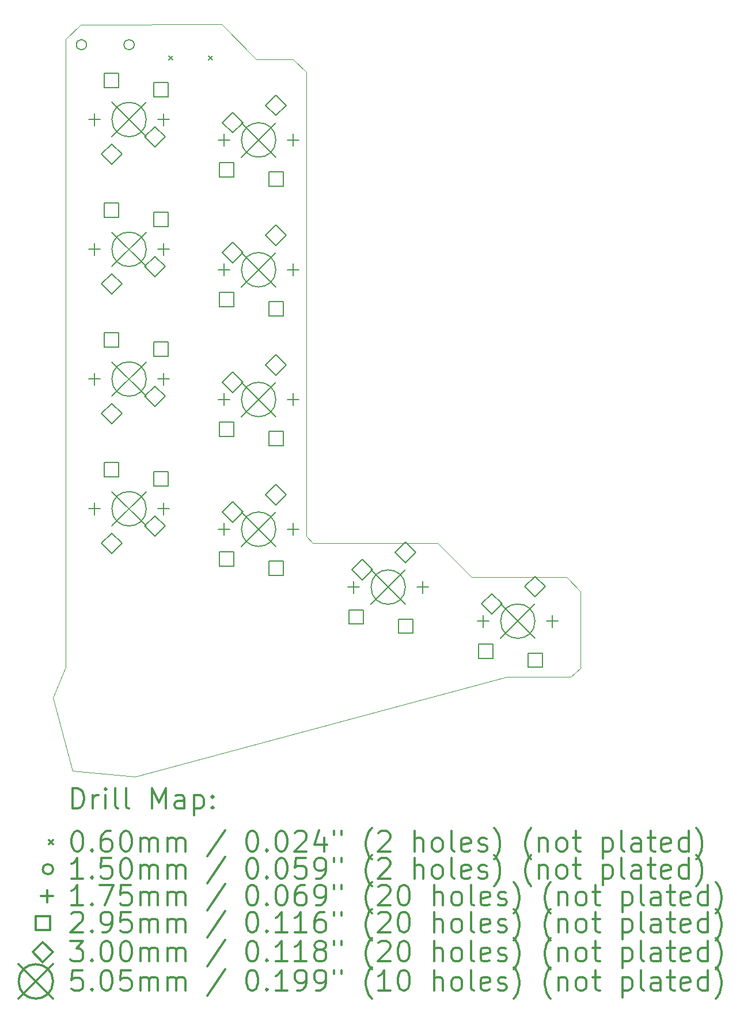
<source format=gbr>
%FSLAX45Y45*%
G04 Gerber Fmt 4.5, Leading zero omitted, Abs format (unit mm)*
G04 Created by KiCad (PCBNEW (5.1.4)-1) date 2023-09-09 05:33:11*
%MOMM*%
%LPD*%
G04 APERTURE LIST*
%ADD10C,0.050000*%
%ADD11C,0.200000*%
%ADD12C,0.300000*%
G04 APERTURE END LIST*
D10*
X18940000Y-43950000D02*
X19040000Y-44050000D01*
X22770000Y-44550000D02*
X22971202Y-44760000D01*
X18941203Y-37356032D02*
X18941203Y-37136032D01*
X15402324Y-37476494D02*
X15402324Y-37256494D01*
X20870000Y-44050000D02*
X19040000Y-44050000D01*
X18207000Y-36947500D02*
X17695000Y-36435000D01*
X22770000Y-44550000D02*
X21370000Y-44550000D01*
X15402324Y-37256494D02*
X15402190Y-36650639D01*
X20870000Y-44050000D02*
X21370000Y-44550000D01*
X18752500Y-36947500D02*
X18207000Y-36947500D01*
X18752500Y-36947500D02*
X18941203Y-37136032D01*
X18941203Y-39261032D02*
X18940000Y-43950000D01*
X22971202Y-44760000D02*
X22971202Y-45891032D01*
X21911203Y-46011032D02*
X21891203Y-46011032D01*
X22971202Y-45891032D02*
X22831202Y-46011032D01*
X21911203Y-46011032D02*
X22831202Y-46011032D01*
X17695000Y-36435000D02*
X15621203Y-36436032D01*
X18941203Y-39261032D02*
X18941203Y-37356032D01*
X21891203Y-46011032D02*
X16430391Y-47480918D01*
X15402324Y-37476494D02*
X15402324Y-39381494D01*
X15400249Y-45873435D02*
X15401485Y-45141609D01*
X15401485Y-45141609D02*
X15400903Y-45039647D01*
X15508251Y-47394663D02*
X16430391Y-47480918D01*
X15508251Y-47394663D02*
X15220438Y-46318483D01*
X15399750Y-43338677D02*
X15400903Y-45039647D01*
X15402324Y-39381494D02*
X15399750Y-43338677D01*
X15402190Y-36650639D02*
X15621203Y-36436032D01*
X15400249Y-45873435D02*
X15220438Y-46318483D01*
D11*
X16923000Y-36899000D02*
X16983000Y-36959000D01*
X16983000Y-36899000D02*
X16923000Y-36959000D01*
X17501000Y-36899000D02*
X17561000Y-36959000D01*
X17561000Y-36899000D02*
X17501000Y-36959000D01*
X15711000Y-36732000D02*
G75*
G03X15711000Y-36732000I-75000J0D01*
G01*
X16411000Y-36732000D02*
G75*
G03X16411000Y-36732000I-75000J0D01*
G01*
X17733203Y-39948532D02*
X17733203Y-40123532D01*
X17645703Y-40036032D02*
X17820703Y-40036032D01*
X18749203Y-39948532D02*
X18749203Y-40123532D01*
X18661703Y-40036032D02*
X18836703Y-40036032D01*
X17733203Y-43758532D02*
X17733203Y-43933532D01*
X17645703Y-43846032D02*
X17820703Y-43846032D01*
X18749203Y-43758532D02*
X18749203Y-43933532D01*
X18661703Y-43846032D02*
X18836703Y-43846032D01*
X17733203Y-38042500D02*
X17733203Y-38217500D01*
X17645703Y-38130000D02*
X17820703Y-38130000D01*
X18749203Y-38042500D02*
X18749203Y-38217500D01*
X18661703Y-38130000D02*
X18836703Y-38130000D01*
X15828202Y-43458532D02*
X15828202Y-43633532D01*
X15740702Y-43546032D02*
X15915702Y-43546032D01*
X16844203Y-43458532D02*
X16844203Y-43633532D01*
X16756702Y-43546032D02*
X16931703Y-43546032D01*
X15828203Y-37742500D02*
X15828203Y-37917500D01*
X15740703Y-37830000D02*
X15915703Y-37830000D01*
X16844203Y-37742500D02*
X16844203Y-37917500D01*
X16756703Y-37830000D02*
X16931703Y-37830000D01*
X19638203Y-44608532D02*
X19638203Y-44783532D01*
X19550703Y-44696032D02*
X19725703Y-44696032D01*
X20654203Y-44608532D02*
X20654203Y-44783532D01*
X20566703Y-44696032D02*
X20741703Y-44696032D01*
X17733203Y-41853532D02*
X17733203Y-42028532D01*
X17645703Y-41941032D02*
X17820703Y-41941032D01*
X18749203Y-41853532D02*
X18749203Y-42028532D01*
X18661703Y-41941032D02*
X18836703Y-41941032D01*
X15828203Y-39648532D02*
X15828203Y-39823532D01*
X15740703Y-39736032D02*
X15915703Y-39736032D01*
X16844203Y-39648532D02*
X16844203Y-39823532D01*
X16756703Y-39736032D02*
X16931703Y-39736032D01*
X21543203Y-45108532D02*
X21543203Y-45283532D01*
X21455703Y-45196032D02*
X21630703Y-45196032D01*
X22559202Y-45108532D02*
X22559202Y-45283532D01*
X22471702Y-45196032D02*
X22646702Y-45196032D01*
X15828202Y-41553532D02*
X15828202Y-41728532D01*
X15740702Y-41641032D02*
X15915702Y-41641032D01*
X16844203Y-41553532D02*
X16844203Y-41728532D01*
X16756702Y-41641032D02*
X16931703Y-41641032D01*
X16180502Y-37359299D02*
X16180502Y-37150701D01*
X15971903Y-37150701D01*
X15971903Y-37359299D01*
X16180502Y-37359299D01*
X16910502Y-37494299D02*
X16910502Y-37285701D01*
X16701903Y-37285701D01*
X16701903Y-37494299D01*
X16910502Y-37494299D01*
X19780502Y-45240332D02*
X19780502Y-45031733D01*
X19571903Y-45031733D01*
X19571903Y-45240332D01*
X19780502Y-45240332D01*
X20510502Y-45375332D02*
X20510502Y-45166733D01*
X20301903Y-45166733D01*
X20301903Y-45375332D01*
X20510502Y-45375332D01*
X17875502Y-42485332D02*
X17875502Y-42276733D01*
X17666903Y-42276733D01*
X17666903Y-42485332D01*
X17875502Y-42485332D01*
X18605502Y-42620332D02*
X18605502Y-42411733D01*
X18396903Y-42411733D01*
X18396903Y-42620332D01*
X18605502Y-42620332D01*
X16180502Y-39265332D02*
X16180502Y-39056733D01*
X15971903Y-39056733D01*
X15971903Y-39265332D01*
X16180502Y-39265332D01*
X16910502Y-39400332D02*
X16910502Y-39191733D01*
X16701903Y-39191733D01*
X16701903Y-39400332D01*
X16910502Y-39400332D01*
X21685502Y-45740331D02*
X21685502Y-45531733D01*
X21476903Y-45531733D01*
X21476903Y-45740331D01*
X21685502Y-45740331D01*
X22415502Y-45875331D02*
X22415502Y-45666733D01*
X22206903Y-45666733D01*
X22206903Y-45875331D01*
X22415502Y-45875331D01*
X16180502Y-41170332D02*
X16180502Y-40961733D01*
X15971903Y-40961733D01*
X15971903Y-41170332D01*
X16180502Y-41170332D01*
X16910502Y-41305332D02*
X16910502Y-41096733D01*
X16701903Y-41096733D01*
X16701903Y-41305332D01*
X16910502Y-41305332D01*
X17875502Y-40580332D02*
X17875502Y-40371733D01*
X17666903Y-40371733D01*
X17666903Y-40580332D01*
X17875502Y-40580332D01*
X18605502Y-40715332D02*
X18605502Y-40506733D01*
X18396903Y-40506733D01*
X18396903Y-40715332D01*
X18605502Y-40715332D01*
X17875502Y-44390332D02*
X17875502Y-44181733D01*
X17666903Y-44181733D01*
X17666903Y-44390332D01*
X17875502Y-44390332D01*
X18605502Y-44525332D02*
X18605502Y-44316733D01*
X18396903Y-44316733D01*
X18396903Y-44525332D01*
X18605502Y-44525332D01*
X17875502Y-38674299D02*
X17875502Y-38465701D01*
X17666903Y-38465701D01*
X17666903Y-38674299D01*
X17875502Y-38674299D01*
X18605502Y-38809299D02*
X18605502Y-38600701D01*
X18396903Y-38600701D01*
X18396903Y-38809299D01*
X18605502Y-38809299D01*
X16180502Y-43075332D02*
X16180502Y-42866733D01*
X15971903Y-42866733D01*
X15971903Y-43075332D01*
X16180502Y-43075332D01*
X16910502Y-43210332D02*
X16910502Y-43001733D01*
X16701903Y-43001733D01*
X16701903Y-43210332D01*
X16910502Y-43210332D01*
X16082203Y-40394032D02*
X16232203Y-40244032D01*
X16082203Y-40094032D01*
X15932203Y-40244032D01*
X16082203Y-40394032D01*
X16717203Y-40140032D02*
X16867203Y-39990032D01*
X16717203Y-39840032D01*
X16567203Y-39990032D01*
X16717203Y-40140032D01*
X21670203Y-45092032D02*
X21820203Y-44942032D01*
X21670203Y-44792032D01*
X21520203Y-44942032D01*
X21670203Y-45092032D01*
X22305203Y-44838032D02*
X22455202Y-44688032D01*
X22305203Y-44538032D01*
X22155203Y-44688032D01*
X22305203Y-44838032D01*
X16082202Y-42299032D02*
X16232202Y-42149032D01*
X16082202Y-41999032D01*
X15932202Y-42149032D01*
X16082202Y-42299032D01*
X16717202Y-42045032D02*
X16867203Y-41895032D01*
X16717202Y-41745032D01*
X16567202Y-41895032D01*
X16717202Y-42045032D01*
X17860203Y-39932032D02*
X18010203Y-39782032D01*
X17860203Y-39632032D01*
X17710203Y-39782032D01*
X17860203Y-39932032D01*
X18495203Y-39678032D02*
X18645203Y-39528032D01*
X18495203Y-39378032D01*
X18345203Y-39528032D01*
X18495203Y-39678032D01*
X17860203Y-43742032D02*
X18010203Y-43592032D01*
X17860203Y-43442032D01*
X17710203Y-43592032D01*
X17860203Y-43742032D01*
X18495203Y-43488032D02*
X18645203Y-43338032D01*
X18495203Y-43188032D01*
X18345203Y-43338032D01*
X18495203Y-43488032D01*
X17860203Y-38026000D02*
X18010203Y-37876000D01*
X17860203Y-37726000D01*
X17710203Y-37876000D01*
X17860203Y-38026000D01*
X18495203Y-37772000D02*
X18645203Y-37622000D01*
X18495203Y-37472000D01*
X18345203Y-37622000D01*
X18495203Y-37772000D01*
X16082202Y-44204032D02*
X16232202Y-44054032D01*
X16082202Y-43904032D01*
X15932202Y-44054032D01*
X16082202Y-44204032D01*
X16717202Y-43950032D02*
X16867203Y-43800032D01*
X16717202Y-43650032D01*
X16567202Y-43800032D01*
X16717202Y-43950032D01*
X16082203Y-38488000D02*
X16232203Y-38338000D01*
X16082203Y-38188000D01*
X15932203Y-38338000D01*
X16082203Y-38488000D01*
X16717203Y-38234000D02*
X16867203Y-38084000D01*
X16717203Y-37934000D01*
X16567203Y-38084000D01*
X16717203Y-38234000D01*
X19765203Y-44592032D02*
X19915203Y-44442032D01*
X19765203Y-44292032D01*
X19615203Y-44442032D01*
X19765203Y-44592032D01*
X20400203Y-44338032D02*
X20550203Y-44188032D01*
X20400203Y-44038032D01*
X20250203Y-44188032D01*
X20400203Y-44338032D01*
X17860203Y-41837032D02*
X18010203Y-41687032D01*
X17860203Y-41537032D01*
X17710203Y-41687032D01*
X17860203Y-41837032D01*
X18495203Y-41583032D02*
X18645203Y-41433032D01*
X18495203Y-41283032D01*
X18345203Y-41433032D01*
X18495203Y-41583032D01*
X17988703Y-41688532D02*
X18493703Y-42193532D01*
X18493703Y-41688532D02*
X17988703Y-42193532D01*
X18493703Y-41941032D02*
G75*
G03X18493703Y-41941032I-252500J0D01*
G01*
X17988703Y-43593532D02*
X18493703Y-44098532D01*
X18493703Y-43593532D02*
X17988703Y-44098532D01*
X18493703Y-43846032D02*
G75*
G03X18493703Y-43846032I-252500J0D01*
G01*
X19893703Y-44443532D02*
X20398703Y-44948532D01*
X20398703Y-44443532D02*
X19893703Y-44948532D01*
X20398703Y-44696032D02*
G75*
G03X20398703Y-44696032I-252500J0D01*
G01*
X16083703Y-39483532D02*
X16588703Y-39988532D01*
X16588703Y-39483532D02*
X16083703Y-39988532D01*
X16588703Y-39736032D02*
G75*
G03X16588703Y-39736032I-252500J0D01*
G01*
X21798703Y-44943532D02*
X22303703Y-45448532D01*
X22303703Y-44943532D02*
X21798703Y-45448532D01*
X22303703Y-45196032D02*
G75*
G03X22303703Y-45196032I-252500J0D01*
G01*
X16083702Y-41388532D02*
X16588702Y-41893532D01*
X16588702Y-41388532D02*
X16083702Y-41893532D01*
X16588702Y-41641032D02*
G75*
G03X16588702Y-41641032I-252500J0D01*
G01*
X17988703Y-39783532D02*
X18493703Y-40288532D01*
X18493703Y-39783532D02*
X17988703Y-40288532D01*
X18493703Y-40036032D02*
G75*
G03X18493703Y-40036032I-252500J0D01*
G01*
X17988703Y-37877500D02*
X18493703Y-38382500D01*
X18493703Y-37877500D02*
X17988703Y-38382500D01*
X18493703Y-38130000D02*
G75*
G03X18493703Y-38130000I-252500J0D01*
G01*
X16083702Y-43293532D02*
X16588702Y-43798532D01*
X16588702Y-43293532D02*
X16083702Y-43798532D01*
X16588702Y-43546032D02*
G75*
G03X16588702Y-43546032I-252500J0D01*
G01*
X16083703Y-37577500D02*
X16588703Y-38082500D01*
X16588703Y-37577500D02*
X16083703Y-38082500D01*
X16588703Y-37830000D02*
G75*
G03X16588703Y-37830000I-252500J0D01*
G01*
D12*
X15504366Y-47949133D02*
X15504366Y-47649133D01*
X15575795Y-47649133D01*
X15618652Y-47663419D01*
X15647223Y-47691990D01*
X15661509Y-47720561D01*
X15675795Y-47777704D01*
X15675795Y-47820561D01*
X15661509Y-47877704D01*
X15647223Y-47906276D01*
X15618652Y-47934847D01*
X15575795Y-47949133D01*
X15504366Y-47949133D01*
X15804366Y-47949133D02*
X15804366Y-47749133D01*
X15804366Y-47806276D02*
X15818652Y-47777704D01*
X15832938Y-47763419D01*
X15861509Y-47749133D01*
X15890080Y-47749133D01*
X15990080Y-47949133D02*
X15990080Y-47749133D01*
X15990080Y-47649133D02*
X15975795Y-47663419D01*
X15990080Y-47677704D01*
X16004366Y-47663419D01*
X15990080Y-47649133D01*
X15990080Y-47677704D01*
X16175795Y-47949133D02*
X16147223Y-47934847D01*
X16132938Y-47906276D01*
X16132938Y-47649133D01*
X16332938Y-47949133D02*
X16304366Y-47934847D01*
X16290080Y-47906276D01*
X16290080Y-47649133D01*
X16675795Y-47949133D02*
X16675795Y-47649133D01*
X16775795Y-47863419D01*
X16875795Y-47649133D01*
X16875795Y-47949133D01*
X17147223Y-47949133D02*
X17147223Y-47791990D01*
X17132938Y-47763419D01*
X17104366Y-47749133D01*
X17047223Y-47749133D01*
X17018652Y-47763419D01*
X17147223Y-47934847D02*
X17118652Y-47949133D01*
X17047223Y-47949133D01*
X17018652Y-47934847D01*
X17004366Y-47906276D01*
X17004366Y-47877704D01*
X17018652Y-47849133D01*
X17047223Y-47834847D01*
X17118652Y-47834847D01*
X17147223Y-47820561D01*
X17290081Y-47749133D02*
X17290081Y-48049133D01*
X17290081Y-47763419D02*
X17318652Y-47749133D01*
X17375795Y-47749133D01*
X17404366Y-47763419D01*
X17418652Y-47777704D01*
X17432938Y-47806276D01*
X17432938Y-47891990D01*
X17418652Y-47920561D01*
X17404366Y-47934847D01*
X17375795Y-47949133D01*
X17318652Y-47949133D01*
X17290081Y-47934847D01*
X17561509Y-47920561D02*
X17575795Y-47934847D01*
X17561509Y-47949133D01*
X17547223Y-47934847D01*
X17561509Y-47920561D01*
X17561509Y-47949133D01*
X17561509Y-47763419D02*
X17575795Y-47777704D01*
X17561509Y-47791990D01*
X17547223Y-47777704D01*
X17561509Y-47763419D01*
X17561509Y-47791990D01*
X15157938Y-48413419D02*
X15217938Y-48473419D01*
X15217938Y-48413419D02*
X15157938Y-48473419D01*
X15561509Y-48279133D02*
X15590080Y-48279133D01*
X15618652Y-48293419D01*
X15632938Y-48307704D01*
X15647223Y-48336276D01*
X15661509Y-48393419D01*
X15661509Y-48464847D01*
X15647223Y-48521990D01*
X15632938Y-48550561D01*
X15618652Y-48564847D01*
X15590080Y-48579133D01*
X15561509Y-48579133D01*
X15532938Y-48564847D01*
X15518652Y-48550561D01*
X15504366Y-48521990D01*
X15490080Y-48464847D01*
X15490080Y-48393419D01*
X15504366Y-48336276D01*
X15518652Y-48307704D01*
X15532938Y-48293419D01*
X15561509Y-48279133D01*
X15790080Y-48550561D02*
X15804366Y-48564847D01*
X15790080Y-48579133D01*
X15775795Y-48564847D01*
X15790080Y-48550561D01*
X15790080Y-48579133D01*
X16061509Y-48279133D02*
X16004366Y-48279133D01*
X15975795Y-48293419D01*
X15961509Y-48307704D01*
X15932938Y-48350561D01*
X15918652Y-48407704D01*
X15918652Y-48521990D01*
X15932938Y-48550561D01*
X15947223Y-48564847D01*
X15975795Y-48579133D01*
X16032938Y-48579133D01*
X16061509Y-48564847D01*
X16075795Y-48550561D01*
X16090080Y-48521990D01*
X16090080Y-48450561D01*
X16075795Y-48421990D01*
X16061509Y-48407704D01*
X16032938Y-48393419D01*
X15975795Y-48393419D01*
X15947223Y-48407704D01*
X15932938Y-48421990D01*
X15918652Y-48450561D01*
X16275795Y-48279133D02*
X16304366Y-48279133D01*
X16332938Y-48293419D01*
X16347223Y-48307704D01*
X16361509Y-48336276D01*
X16375795Y-48393419D01*
X16375795Y-48464847D01*
X16361509Y-48521990D01*
X16347223Y-48550561D01*
X16332938Y-48564847D01*
X16304366Y-48579133D01*
X16275795Y-48579133D01*
X16247223Y-48564847D01*
X16232938Y-48550561D01*
X16218652Y-48521990D01*
X16204366Y-48464847D01*
X16204366Y-48393419D01*
X16218652Y-48336276D01*
X16232938Y-48307704D01*
X16247223Y-48293419D01*
X16275795Y-48279133D01*
X16504366Y-48579133D02*
X16504366Y-48379133D01*
X16504366Y-48407704D02*
X16518652Y-48393419D01*
X16547223Y-48379133D01*
X16590080Y-48379133D01*
X16618652Y-48393419D01*
X16632938Y-48421990D01*
X16632938Y-48579133D01*
X16632938Y-48421990D02*
X16647223Y-48393419D01*
X16675795Y-48379133D01*
X16718652Y-48379133D01*
X16747223Y-48393419D01*
X16761509Y-48421990D01*
X16761509Y-48579133D01*
X16904366Y-48579133D02*
X16904366Y-48379133D01*
X16904366Y-48407704D02*
X16918652Y-48393419D01*
X16947223Y-48379133D01*
X16990081Y-48379133D01*
X17018652Y-48393419D01*
X17032938Y-48421990D01*
X17032938Y-48579133D01*
X17032938Y-48421990D02*
X17047223Y-48393419D01*
X17075795Y-48379133D01*
X17118652Y-48379133D01*
X17147223Y-48393419D01*
X17161509Y-48421990D01*
X17161509Y-48579133D01*
X17747223Y-48264847D02*
X17490081Y-48650561D01*
X18132938Y-48279133D02*
X18161509Y-48279133D01*
X18190081Y-48293419D01*
X18204366Y-48307704D01*
X18218652Y-48336276D01*
X18232938Y-48393419D01*
X18232938Y-48464847D01*
X18218652Y-48521990D01*
X18204366Y-48550561D01*
X18190081Y-48564847D01*
X18161509Y-48579133D01*
X18132938Y-48579133D01*
X18104366Y-48564847D01*
X18090081Y-48550561D01*
X18075795Y-48521990D01*
X18061509Y-48464847D01*
X18061509Y-48393419D01*
X18075795Y-48336276D01*
X18090081Y-48307704D01*
X18104366Y-48293419D01*
X18132938Y-48279133D01*
X18361509Y-48550561D02*
X18375795Y-48564847D01*
X18361509Y-48579133D01*
X18347223Y-48564847D01*
X18361509Y-48550561D01*
X18361509Y-48579133D01*
X18561509Y-48279133D02*
X18590081Y-48279133D01*
X18618652Y-48293419D01*
X18632938Y-48307704D01*
X18647223Y-48336276D01*
X18661509Y-48393419D01*
X18661509Y-48464847D01*
X18647223Y-48521990D01*
X18632938Y-48550561D01*
X18618652Y-48564847D01*
X18590081Y-48579133D01*
X18561509Y-48579133D01*
X18532938Y-48564847D01*
X18518652Y-48550561D01*
X18504366Y-48521990D01*
X18490081Y-48464847D01*
X18490081Y-48393419D01*
X18504366Y-48336276D01*
X18518652Y-48307704D01*
X18532938Y-48293419D01*
X18561509Y-48279133D01*
X18775795Y-48307704D02*
X18790081Y-48293419D01*
X18818652Y-48279133D01*
X18890081Y-48279133D01*
X18918652Y-48293419D01*
X18932938Y-48307704D01*
X18947223Y-48336276D01*
X18947223Y-48364847D01*
X18932938Y-48407704D01*
X18761509Y-48579133D01*
X18947223Y-48579133D01*
X19204366Y-48379133D02*
X19204366Y-48579133D01*
X19132938Y-48264847D02*
X19061509Y-48479133D01*
X19247223Y-48479133D01*
X19347223Y-48279133D02*
X19347223Y-48336276D01*
X19461509Y-48279133D02*
X19461509Y-48336276D01*
X19904366Y-48693419D02*
X19890081Y-48679133D01*
X19861509Y-48636276D01*
X19847223Y-48607704D01*
X19832938Y-48564847D01*
X19818652Y-48493419D01*
X19818652Y-48436276D01*
X19832938Y-48364847D01*
X19847223Y-48321990D01*
X19861509Y-48293419D01*
X19890081Y-48250561D01*
X19904366Y-48236276D01*
X20004366Y-48307704D02*
X20018652Y-48293419D01*
X20047223Y-48279133D01*
X20118652Y-48279133D01*
X20147223Y-48293419D01*
X20161509Y-48307704D01*
X20175795Y-48336276D01*
X20175795Y-48364847D01*
X20161509Y-48407704D01*
X19990081Y-48579133D01*
X20175795Y-48579133D01*
X20532938Y-48579133D02*
X20532938Y-48279133D01*
X20661509Y-48579133D02*
X20661509Y-48421990D01*
X20647223Y-48393419D01*
X20618652Y-48379133D01*
X20575795Y-48379133D01*
X20547223Y-48393419D01*
X20532938Y-48407704D01*
X20847223Y-48579133D02*
X20818652Y-48564847D01*
X20804366Y-48550561D01*
X20790081Y-48521990D01*
X20790081Y-48436276D01*
X20804366Y-48407704D01*
X20818652Y-48393419D01*
X20847223Y-48379133D01*
X20890081Y-48379133D01*
X20918652Y-48393419D01*
X20932938Y-48407704D01*
X20947223Y-48436276D01*
X20947223Y-48521990D01*
X20932938Y-48550561D01*
X20918652Y-48564847D01*
X20890081Y-48579133D01*
X20847223Y-48579133D01*
X21118652Y-48579133D02*
X21090081Y-48564847D01*
X21075795Y-48536276D01*
X21075795Y-48279133D01*
X21347223Y-48564847D02*
X21318652Y-48579133D01*
X21261509Y-48579133D01*
X21232938Y-48564847D01*
X21218652Y-48536276D01*
X21218652Y-48421990D01*
X21232938Y-48393419D01*
X21261509Y-48379133D01*
X21318652Y-48379133D01*
X21347223Y-48393419D01*
X21361509Y-48421990D01*
X21361509Y-48450561D01*
X21218652Y-48479133D01*
X21475795Y-48564847D02*
X21504366Y-48579133D01*
X21561509Y-48579133D01*
X21590081Y-48564847D01*
X21604366Y-48536276D01*
X21604366Y-48521990D01*
X21590081Y-48493419D01*
X21561509Y-48479133D01*
X21518652Y-48479133D01*
X21490081Y-48464847D01*
X21475795Y-48436276D01*
X21475795Y-48421990D01*
X21490081Y-48393419D01*
X21518652Y-48379133D01*
X21561509Y-48379133D01*
X21590081Y-48393419D01*
X21704366Y-48693419D02*
X21718652Y-48679133D01*
X21747223Y-48636276D01*
X21761509Y-48607704D01*
X21775795Y-48564847D01*
X21790081Y-48493419D01*
X21790081Y-48436276D01*
X21775795Y-48364847D01*
X21761509Y-48321990D01*
X21747223Y-48293419D01*
X21718652Y-48250561D01*
X21704366Y-48236276D01*
X22247223Y-48693419D02*
X22232938Y-48679133D01*
X22204366Y-48636276D01*
X22190081Y-48607704D01*
X22175795Y-48564847D01*
X22161509Y-48493419D01*
X22161509Y-48436276D01*
X22175795Y-48364847D01*
X22190081Y-48321990D01*
X22204366Y-48293419D01*
X22232938Y-48250561D01*
X22247223Y-48236276D01*
X22361509Y-48379133D02*
X22361509Y-48579133D01*
X22361509Y-48407704D02*
X22375795Y-48393419D01*
X22404366Y-48379133D01*
X22447223Y-48379133D01*
X22475795Y-48393419D01*
X22490080Y-48421990D01*
X22490080Y-48579133D01*
X22675795Y-48579133D02*
X22647223Y-48564847D01*
X22632938Y-48550561D01*
X22618652Y-48521990D01*
X22618652Y-48436276D01*
X22632938Y-48407704D01*
X22647223Y-48393419D01*
X22675795Y-48379133D01*
X22718652Y-48379133D01*
X22747223Y-48393419D01*
X22761509Y-48407704D01*
X22775795Y-48436276D01*
X22775795Y-48521990D01*
X22761509Y-48550561D01*
X22747223Y-48564847D01*
X22718652Y-48579133D01*
X22675795Y-48579133D01*
X22861509Y-48379133D02*
X22975795Y-48379133D01*
X22904366Y-48279133D02*
X22904366Y-48536276D01*
X22918652Y-48564847D01*
X22947223Y-48579133D01*
X22975795Y-48579133D01*
X23304366Y-48379133D02*
X23304366Y-48679133D01*
X23304366Y-48393419D02*
X23332938Y-48379133D01*
X23390080Y-48379133D01*
X23418652Y-48393419D01*
X23432938Y-48407704D01*
X23447223Y-48436276D01*
X23447223Y-48521990D01*
X23432938Y-48550561D01*
X23418652Y-48564847D01*
X23390080Y-48579133D01*
X23332938Y-48579133D01*
X23304366Y-48564847D01*
X23618652Y-48579133D02*
X23590080Y-48564847D01*
X23575795Y-48536276D01*
X23575795Y-48279133D01*
X23861509Y-48579133D02*
X23861509Y-48421990D01*
X23847223Y-48393419D01*
X23818652Y-48379133D01*
X23761509Y-48379133D01*
X23732938Y-48393419D01*
X23861509Y-48564847D02*
X23832938Y-48579133D01*
X23761509Y-48579133D01*
X23732938Y-48564847D01*
X23718652Y-48536276D01*
X23718652Y-48507704D01*
X23732938Y-48479133D01*
X23761509Y-48464847D01*
X23832938Y-48464847D01*
X23861509Y-48450561D01*
X23961509Y-48379133D02*
X24075795Y-48379133D01*
X24004366Y-48279133D02*
X24004366Y-48536276D01*
X24018652Y-48564847D01*
X24047223Y-48579133D01*
X24075795Y-48579133D01*
X24290080Y-48564847D02*
X24261509Y-48579133D01*
X24204366Y-48579133D01*
X24175795Y-48564847D01*
X24161509Y-48536276D01*
X24161509Y-48421990D01*
X24175795Y-48393419D01*
X24204366Y-48379133D01*
X24261509Y-48379133D01*
X24290080Y-48393419D01*
X24304366Y-48421990D01*
X24304366Y-48450561D01*
X24161509Y-48479133D01*
X24561509Y-48579133D02*
X24561509Y-48279133D01*
X24561509Y-48564847D02*
X24532938Y-48579133D01*
X24475795Y-48579133D01*
X24447223Y-48564847D01*
X24432938Y-48550561D01*
X24418652Y-48521990D01*
X24418652Y-48436276D01*
X24432938Y-48407704D01*
X24447223Y-48393419D01*
X24475795Y-48379133D01*
X24532938Y-48379133D01*
X24561509Y-48393419D01*
X24675795Y-48693419D02*
X24690080Y-48679133D01*
X24718652Y-48636276D01*
X24732938Y-48607704D01*
X24747223Y-48564847D01*
X24761509Y-48493419D01*
X24761509Y-48436276D01*
X24747223Y-48364847D01*
X24732938Y-48321990D01*
X24718652Y-48293419D01*
X24690080Y-48250561D01*
X24675795Y-48236276D01*
X15217938Y-48839419D02*
G75*
G03X15217938Y-48839419I-75000J0D01*
G01*
X15661509Y-48975133D02*
X15490080Y-48975133D01*
X15575795Y-48975133D02*
X15575795Y-48675133D01*
X15547223Y-48717990D01*
X15518652Y-48746561D01*
X15490080Y-48760847D01*
X15790080Y-48946561D02*
X15804366Y-48960847D01*
X15790080Y-48975133D01*
X15775795Y-48960847D01*
X15790080Y-48946561D01*
X15790080Y-48975133D01*
X16075795Y-48675133D02*
X15932938Y-48675133D01*
X15918652Y-48817990D01*
X15932938Y-48803704D01*
X15961509Y-48789419D01*
X16032938Y-48789419D01*
X16061509Y-48803704D01*
X16075795Y-48817990D01*
X16090080Y-48846561D01*
X16090080Y-48917990D01*
X16075795Y-48946561D01*
X16061509Y-48960847D01*
X16032938Y-48975133D01*
X15961509Y-48975133D01*
X15932938Y-48960847D01*
X15918652Y-48946561D01*
X16275795Y-48675133D02*
X16304366Y-48675133D01*
X16332938Y-48689419D01*
X16347223Y-48703704D01*
X16361509Y-48732276D01*
X16375795Y-48789419D01*
X16375795Y-48860847D01*
X16361509Y-48917990D01*
X16347223Y-48946561D01*
X16332938Y-48960847D01*
X16304366Y-48975133D01*
X16275795Y-48975133D01*
X16247223Y-48960847D01*
X16232938Y-48946561D01*
X16218652Y-48917990D01*
X16204366Y-48860847D01*
X16204366Y-48789419D01*
X16218652Y-48732276D01*
X16232938Y-48703704D01*
X16247223Y-48689419D01*
X16275795Y-48675133D01*
X16504366Y-48975133D02*
X16504366Y-48775133D01*
X16504366Y-48803704D02*
X16518652Y-48789419D01*
X16547223Y-48775133D01*
X16590080Y-48775133D01*
X16618652Y-48789419D01*
X16632938Y-48817990D01*
X16632938Y-48975133D01*
X16632938Y-48817990D02*
X16647223Y-48789419D01*
X16675795Y-48775133D01*
X16718652Y-48775133D01*
X16747223Y-48789419D01*
X16761509Y-48817990D01*
X16761509Y-48975133D01*
X16904366Y-48975133D02*
X16904366Y-48775133D01*
X16904366Y-48803704D02*
X16918652Y-48789419D01*
X16947223Y-48775133D01*
X16990081Y-48775133D01*
X17018652Y-48789419D01*
X17032938Y-48817990D01*
X17032938Y-48975133D01*
X17032938Y-48817990D02*
X17047223Y-48789419D01*
X17075795Y-48775133D01*
X17118652Y-48775133D01*
X17147223Y-48789419D01*
X17161509Y-48817990D01*
X17161509Y-48975133D01*
X17747223Y-48660847D02*
X17490081Y-49046561D01*
X18132938Y-48675133D02*
X18161509Y-48675133D01*
X18190081Y-48689419D01*
X18204366Y-48703704D01*
X18218652Y-48732276D01*
X18232938Y-48789419D01*
X18232938Y-48860847D01*
X18218652Y-48917990D01*
X18204366Y-48946561D01*
X18190081Y-48960847D01*
X18161509Y-48975133D01*
X18132938Y-48975133D01*
X18104366Y-48960847D01*
X18090081Y-48946561D01*
X18075795Y-48917990D01*
X18061509Y-48860847D01*
X18061509Y-48789419D01*
X18075795Y-48732276D01*
X18090081Y-48703704D01*
X18104366Y-48689419D01*
X18132938Y-48675133D01*
X18361509Y-48946561D02*
X18375795Y-48960847D01*
X18361509Y-48975133D01*
X18347223Y-48960847D01*
X18361509Y-48946561D01*
X18361509Y-48975133D01*
X18561509Y-48675133D02*
X18590081Y-48675133D01*
X18618652Y-48689419D01*
X18632938Y-48703704D01*
X18647223Y-48732276D01*
X18661509Y-48789419D01*
X18661509Y-48860847D01*
X18647223Y-48917990D01*
X18632938Y-48946561D01*
X18618652Y-48960847D01*
X18590081Y-48975133D01*
X18561509Y-48975133D01*
X18532938Y-48960847D01*
X18518652Y-48946561D01*
X18504366Y-48917990D01*
X18490081Y-48860847D01*
X18490081Y-48789419D01*
X18504366Y-48732276D01*
X18518652Y-48703704D01*
X18532938Y-48689419D01*
X18561509Y-48675133D01*
X18932938Y-48675133D02*
X18790081Y-48675133D01*
X18775795Y-48817990D01*
X18790081Y-48803704D01*
X18818652Y-48789419D01*
X18890081Y-48789419D01*
X18918652Y-48803704D01*
X18932938Y-48817990D01*
X18947223Y-48846561D01*
X18947223Y-48917990D01*
X18932938Y-48946561D01*
X18918652Y-48960847D01*
X18890081Y-48975133D01*
X18818652Y-48975133D01*
X18790081Y-48960847D01*
X18775795Y-48946561D01*
X19090081Y-48975133D02*
X19147223Y-48975133D01*
X19175795Y-48960847D01*
X19190081Y-48946561D01*
X19218652Y-48903704D01*
X19232938Y-48846561D01*
X19232938Y-48732276D01*
X19218652Y-48703704D01*
X19204366Y-48689419D01*
X19175795Y-48675133D01*
X19118652Y-48675133D01*
X19090081Y-48689419D01*
X19075795Y-48703704D01*
X19061509Y-48732276D01*
X19061509Y-48803704D01*
X19075795Y-48832276D01*
X19090081Y-48846561D01*
X19118652Y-48860847D01*
X19175795Y-48860847D01*
X19204366Y-48846561D01*
X19218652Y-48832276D01*
X19232938Y-48803704D01*
X19347223Y-48675133D02*
X19347223Y-48732276D01*
X19461509Y-48675133D02*
X19461509Y-48732276D01*
X19904366Y-49089419D02*
X19890081Y-49075133D01*
X19861509Y-49032276D01*
X19847223Y-49003704D01*
X19832938Y-48960847D01*
X19818652Y-48889419D01*
X19818652Y-48832276D01*
X19832938Y-48760847D01*
X19847223Y-48717990D01*
X19861509Y-48689419D01*
X19890081Y-48646561D01*
X19904366Y-48632276D01*
X20004366Y-48703704D02*
X20018652Y-48689419D01*
X20047223Y-48675133D01*
X20118652Y-48675133D01*
X20147223Y-48689419D01*
X20161509Y-48703704D01*
X20175795Y-48732276D01*
X20175795Y-48760847D01*
X20161509Y-48803704D01*
X19990081Y-48975133D01*
X20175795Y-48975133D01*
X20532938Y-48975133D02*
X20532938Y-48675133D01*
X20661509Y-48975133D02*
X20661509Y-48817990D01*
X20647223Y-48789419D01*
X20618652Y-48775133D01*
X20575795Y-48775133D01*
X20547223Y-48789419D01*
X20532938Y-48803704D01*
X20847223Y-48975133D02*
X20818652Y-48960847D01*
X20804366Y-48946561D01*
X20790081Y-48917990D01*
X20790081Y-48832276D01*
X20804366Y-48803704D01*
X20818652Y-48789419D01*
X20847223Y-48775133D01*
X20890081Y-48775133D01*
X20918652Y-48789419D01*
X20932938Y-48803704D01*
X20947223Y-48832276D01*
X20947223Y-48917990D01*
X20932938Y-48946561D01*
X20918652Y-48960847D01*
X20890081Y-48975133D01*
X20847223Y-48975133D01*
X21118652Y-48975133D02*
X21090081Y-48960847D01*
X21075795Y-48932276D01*
X21075795Y-48675133D01*
X21347223Y-48960847D02*
X21318652Y-48975133D01*
X21261509Y-48975133D01*
X21232938Y-48960847D01*
X21218652Y-48932276D01*
X21218652Y-48817990D01*
X21232938Y-48789419D01*
X21261509Y-48775133D01*
X21318652Y-48775133D01*
X21347223Y-48789419D01*
X21361509Y-48817990D01*
X21361509Y-48846561D01*
X21218652Y-48875133D01*
X21475795Y-48960847D02*
X21504366Y-48975133D01*
X21561509Y-48975133D01*
X21590081Y-48960847D01*
X21604366Y-48932276D01*
X21604366Y-48917990D01*
X21590081Y-48889419D01*
X21561509Y-48875133D01*
X21518652Y-48875133D01*
X21490081Y-48860847D01*
X21475795Y-48832276D01*
X21475795Y-48817990D01*
X21490081Y-48789419D01*
X21518652Y-48775133D01*
X21561509Y-48775133D01*
X21590081Y-48789419D01*
X21704366Y-49089419D02*
X21718652Y-49075133D01*
X21747223Y-49032276D01*
X21761509Y-49003704D01*
X21775795Y-48960847D01*
X21790081Y-48889419D01*
X21790081Y-48832276D01*
X21775795Y-48760847D01*
X21761509Y-48717990D01*
X21747223Y-48689419D01*
X21718652Y-48646561D01*
X21704366Y-48632276D01*
X22247223Y-49089419D02*
X22232938Y-49075133D01*
X22204366Y-49032276D01*
X22190081Y-49003704D01*
X22175795Y-48960847D01*
X22161509Y-48889419D01*
X22161509Y-48832276D01*
X22175795Y-48760847D01*
X22190081Y-48717990D01*
X22204366Y-48689419D01*
X22232938Y-48646561D01*
X22247223Y-48632276D01*
X22361509Y-48775133D02*
X22361509Y-48975133D01*
X22361509Y-48803704D02*
X22375795Y-48789419D01*
X22404366Y-48775133D01*
X22447223Y-48775133D01*
X22475795Y-48789419D01*
X22490080Y-48817990D01*
X22490080Y-48975133D01*
X22675795Y-48975133D02*
X22647223Y-48960847D01*
X22632938Y-48946561D01*
X22618652Y-48917990D01*
X22618652Y-48832276D01*
X22632938Y-48803704D01*
X22647223Y-48789419D01*
X22675795Y-48775133D01*
X22718652Y-48775133D01*
X22747223Y-48789419D01*
X22761509Y-48803704D01*
X22775795Y-48832276D01*
X22775795Y-48917990D01*
X22761509Y-48946561D01*
X22747223Y-48960847D01*
X22718652Y-48975133D01*
X22675795Y-48975133D01*
X22861509Y-48775133D02*
X22975795Y-48775133D01*
X22904366Y-48675133D02*
X22904366Y-48932276D01*
X22918652Y-48960847D01*
X22947223Y-48975133D01*
X22975795Y-48975133D01*
X23304366Y-48775133D02*
X23304366Y-49075133D01*
X23304366Y-48789419D02*
X23332938Y-48775133D01*
X23390080Y-48775133D01*
X23418652Y-48789419D01*
X23432938Y-48803704D01*
X23447223Y-48832276D01*
X23447223Y-48917990D01*
X23432938Y-48946561D01*
X23418652Y-48960847D01*
X23390080Y-48975133D01*
X23332938Y-48975133D01*
X23304366Y-48960847D01*
X23618652Y-48975133D02*
X23590080Y-48960847D01*
X23575795Y-48932276D01*
X23575795Y-48675133D01*
X23861509Y-48975133D02*
X23861509Y-48817990D01*
X23847223Y-48789419D01*
X23818652Y-48775133D01*
X23761509Y-48775133D01*
X23732938Y-48789419D01*
X23861509Y-48960847D02*
X23832938Y-48975133D01*
X23761509Y-48975133D01*
X23732938Y-48960847D01*
X23718652Y-48932276D01*
X23718652Y-48903704D01*
X23732938Y-48875133D01*
X23761509Y-48860847D01*
X23832938Y-48860847D01*
X23861509Y-48846561D01*
X23961509Y-48775133D02*
X24075795Y-48775133D01*
X24004366Y-48675133D02*
X24004366Y-48932276D01*
X24018652Y-48960847D01*
X24047223Y-48975133D01*
X24075795Y-48975133D01*
X24290080Y-48960847D02*
X24261509Y-48975133D01*
X24204366Y-48975133D01*
X24175795Y-48960847D01*
X24161509Y-48932276D01*
X24161509Y-48817990D01*
X24175795Y-48789419D01*
X24204366Y-48775133D01*
X24261509Y-48775133D01*
X24290080Y-48789419D01*
X24304366Y-48817990D01*
X24304366Y-48846561D01*
X24161509Y-48875133D01*
X24561509Y-48975133D02*
X24561509Y-48675133D01*
X24561509Y-48960847D02*
X24532938Y-48975133D01*
X24475795Y-48975133D01*
X24447223Y-48960847D01*
X24432938Y-48946561D01*
X24418652Y-48917990D01*
X24418652Y-48832276D01*
X24432938Y-48803704D01*
X24447223Y-48789419D01*
X24475795Y-48775133D01*
X24532938Y-48775133D01*
X24561509Y-48789419D01*
X24675795Y-49089419D02*
X24690080Y-49075133D01*
X24718652Y-49032276D01*
X24732938Y-49003704D01*
X24747223Y-48960847D01*
X24761509Y-48889419D01*
X24761509Y-48832276D01*
X24747223Y-48760847D01*
X24732938Y-48717990D01*
X24718652Y-48689419D01*
X24690080Y-48646561D01*
X24675795Y-48632276D01*
X15130438Y-49147919D02*
X15130438Y-49322919D01*
X15042938Y-49235419D02*
X15217938Y-49235419D01*
X15661509Y-49371133D02*
X15490080Y-49371133D01*
X15575795Y-49371133D02*
X15575795Y-49071133D01*
X15547223Y-49113990D01*
X15518652Y-49142561D01*
X15490080Y-49156847D01*
X15790080Y-49342561D02*
X15804366Y-49356847D01*
X15790080Y-49371133D01*
X15775795Y-49356847D01*
X15790080Y-49342561D01*
X15790080Y-49371133D01*
X15904366Y-49071133D02*
X16104366Y-49071133D01*
X15975795Y-49371133D01*
X16361509Y-49071133D02*
X16218652Y-49071133D01*
X16204366Y-49213990D01*
X16218652Y-49199704D01*
X16247223Y-49185419D01*
X16318652Y-49185419D01*
X16347223Y-49199704D01*
X16361509Y-49213990D01*
X16375795Y-49242561D01*
X16375795Y-49313990D01*
X16361509Y-49342561D01*
X16347223Y-49356847D01*
X16318652Y-49371133D01*
X16247223Y-49371133D01*
X16218652Y-49356847D01*
X16204366Y-49342561D01*
X16504366Y-49371133D02*
X16504366Y-49171133D01*
X16504366Y-49199704D02*
X16518652Y-49185419D01*
X16547223Y-49171133D01*
X16590080Y-49171133D01*
X16618652Y-49185419D01*
X16632938Y-49213990D01*
X16632938Y-49371133D01*
X16632938Y-49213990D02*
X16647223Y-49185419D01*
X16675795Y-49171133D01*
X16718652Y-49171133D01*
X16747223Y-49185419D01*
X16761509Y-49213990D01*
X16761509Y-49371133D01*
X16904366Y-49371133D02*
X16904366Y-49171133D01*
X16904366Y-49199704D02*
X16918652Y-49185419D01*
X16947223Y-49171133D01*
X16990081Y-49171133D01*
X17018652Y-49185419D01*
X17032938Y-49213990D01*
X17032938Y-49371133D01*
X17032938Y-49213990D02*
X17047223Y-49185419D01*
X17075795Y-49171133D01*
X17118652Y-49171133D01*
X17147223Y-49185419D01*
X17161509Y-49213990D01*
X17161509Y-49371133D01*
X17747223Y-49056847D02*
X17490081Y-49442561D01*
X18132938Y-49071133D02*
X18161509Y-49071133D01*
X18190081Y-49085419D01*
X18204366Y-49099704D01*
X18218652Y-49128276D01*
X18232938Y-49185419D01*
X18232938Y-49256847D01*
X18218652Y-49313990D01*
X18204366Y-49342561D01*
X18190081Y-49356847D01*
X18161509Y-49371133D01*
X18132938Y-49371133D01*
X18104366Y-49356847D01*
X18090081Y-49342561D01*
X18075795Y-49313990D01*
X18061509Y-49256847D01*
X18061509Y-49185419D01*
X18075795Y-49128276D01*
X18090081Y-49099704D01*
X18104366Y-49085419D01*
X18132938Y-49071133D01*
X18361509Y-49342561D02*
X18375795Y-49356847D01*
X18361509Y-49371133D01*
X18347223Y-49356847D01*
X18361509Y-49342561D01*
X18361509Y-49371133D01*
X18561509Y-49071133D02*
X18590081Y-49071133D01*
X18618652Y-49085419D01*
X18632938Y-49099704D01*
X18647223Y-49128276D01*
X18661509Y-49185419D01*
X18661509Y-49256847D01*
X18647223Y-49313990D01*
X18632938Y-49342561D01*
X18618652Y-49356847D01*
X18590081Y-49371133D01*
X18561509Y-49371133D01*
X18532938Y-49356847D01*
X18518652Y-49342561D01*
X18504366Y-49313990D01*
X18490081Y-49256847D01*
X18490081Y-49185419D01*
X18504366Y-49128276D01*
X18518652Y-49099704D01*
X18532938Y-49085419D01*
X18561509Y-49071133D01*
X18918652Y-49071133D02*
X18861509Y-49071133D01*
X18832938Y-49085419D01*
X18818652Y-49099704D01*
X18790081Y-49142561D01*
X18775795Y-49199704D01*
X18775795Y-49313990D01*
X18790081Y-49342561D01*
X18804366Y-49356847D01*
X18832938Y-49371133D01*
X18890081Y-49371133D01*
X18918652Y-49356847D01*
X18932938Y-49342561D01*
X18947223Y-49313990D01*
X18947223Y-49242561D01*
X18932938Y-49213990D01*
X18918652Y-49199704D01*
X18890081Y-49185419D01*
X18832938Y-49185419D01*
X18804366Y-49199704D01*
X18790081Y-49213990D01*
X18775795Y-49242561D01*
X19090081Y-49371133D02*
X19147223Y-49371133D01*
X19175795Y-49356847D01*
X19190081Y-49342561D01*
X19218652Y-49299704D01*
X19232938Y-49242561D01*
X19232938Y-49128276D01*
X19218652Y-49099704D01*
X19204366Y-49085419D01*
X19175795Y-49071133D01*
X19118652Y-49071133D01*
X19090081Y-49085419D01*
X19075795Y-49099704D01*
X19061509Y-49128276D01*
X19061509Y-49199704D01*
X19075795Y-49228276D01*
X19090081Y-49242561D01*
X19118652Y-49256847D01*
X19175795Y-49256847D01*
X19204366Y-49242561D01*
X19218652Y-49228276D01*
X19232938Y-49199704D01*
X19347223Y-49071133D02*
X19347223Y-49128276D01*
X19461509Y-49071133D02*
X19461509Y-49128276D01*
X19904366Y-49485419D02*
X19890081Y-49471133D01*
X19861509Y-49428276D01*
X19847223Y-49399704D01*
X19832938Y-49356847D01*
X19818652Y-49285419D01*
X19818652Y-49228276D01*
X19832938Y-49156847D01*
X19847223Y-49113990D01*
X19861509Y-49085419D01*
X19890081Y-49042561D01*
X19904366Y-49028276D01*
X20004366Y-49099704D02*
X20018652Y-49085419D01*
X20047223Y-49071133D01*
X20118652Y-49071133D01*
X20147223Y-49085419D01*
X20161509Y-49099704D01*
X20175795Y-49128276D01*
X20175795Y-49156847D01*
X20161509Y-49199704D01*
X19990081Y-49371133D01*
X20175795Y-49371133D01*
X20361509Y-49071133D02*
X20390081Y-49071133D01*
X20418652Y-49085419D01*
X20432938Y-49099704D01*
X20447223Y-49128276D01*
X20461509Y-49185419D01*
X20461509Y-49256847D01*
X20447223Y-49313990D01*
X20432938Y-49342561D01*
X20418652Y-49356847D01*
X20390081Y-49371133D01*
X20361509Y-49371133D01*
X20332938Y-49356847D01*
X20318652Y-49342561D01*
X20304366Y-49313990D01*
X20290081Y-49256847D01*
X20290081Y-49185419D01*
X20304366Y-49128276D01*
X20318652Y-49099704D01*
X20332938Y-49085419D01*
X20361509Y-49071133D01*
X20818652Y-49371133D02*
X20818652Y-49071133D01*
X20947223Y-49371133D02*
X20947223Y-49213990D01*
X20932938Y-49185419D01*
X20904366Y-49171133D01*
X20861509Y-49171133D01*
X20832938Y-49185419D01*
X20818652Y-49199704D01*
X21132938Y-49371133D02*
X21104366Y-49356847D01*
X21090081Y-49342561D01*
X21075795Y-49313990D01*
X21075795Y-49228276D01*
X21090081Y-49199704D01*
X21104366Y-49185419D01*
X21132938Y-49171133D01*
X21175795Y-49171133D01*
X21204366Y-49185419D01*
X21218652Y-49199704D01*
X21232938Y-49228276D01*
X21232938Y-49313990D01*
X21218652Y-49342561D01*
X21204366Y-49356847D01*
X21175795Y-49371133D01*
X21132938Y-49371133D01*
X21404366Y-49371133D02*
X21375795Y-49356847D01*
X21361509Y-49328276D01*
X21361509Y-49071133D01*
X21632938Y-49356847D02*
X21604366Y-49371133D01*
X21547223Y-49371133D01*
X21518652Y-49356847D01*
X21504366Y-49328276D01*
X21504366Y-49213990D01*
X21518652Y-49185419D01*
X21547223Y-49171133D01*
X21604366Y-49171133D01*
X21632938Y-49185419D01*
X21647223Y-49213990D01*
X21647223Y-49242561D01*
X21504366Y-49271133D01*
X21761509Y-49356847D02*
X21790081Y-49371133D01*
X21847223Y-49371133D01*
X21875795Y-49356847D01*
X21890081Y-49328276D01*
X21890081Y-49313990D01*
X21875795Y-49285419D01*
X21847223Y-49271133D01*
X21804366Y-49271133D01*
X21775795Y-49256847D01*
X21761509Y-49228276D01*
X21761509Y-49213990D01*
X21775795Y-49185419D01*
X21804366Y-49171133D01*
X21847223Y-49171133D01*
X21875795Y-49185419D01*
X21990081Y-49485419D02*
X22004366Y-49471133D01*
X22032938Y-49428276D01*
X22047223Y-49399704D01*
X22061509Y-49356847D01*
X22075795Y-49285419D01*
X22075795Y-49228276D01*
X22061509Y-49156847D01*
X22047223Y-49113990D01*
X22032938Y-49085419D01*
X22004366Y-49042561D01*
X21990081Y-49028276D01*
X22532938Y-49485419D02*
X22518652Y-49471133D01*
X22490080Y-49428276D01*
X22475795Y-49399704D01*
X22461509Y-49356847D01*
X22447223Y-49285419D01*
X22447223Y-49228276D01*
X22461509Y-49156847D01*
X22475795Y-49113990D01*
X22490080Y-49085419D01*
X22518652Y-49042561D01*
X22532938Y-49028276D01*
X22647223Y-49171133D02*
X22647223Y-49371133D01*
X22647223Y-49199704D02*
X22661509Y-49185419D01*
X22690080Y-49171133D01*
X22732938Y-49171133D01*
X22761509Y-49185419D01*
X22775795Y-49213990D01*
X22775795Y-49371133D01*
X22961509Y-49371133D02*
X22932938Y-49356847D01*
X22918652Y-49342561D01*
X22904366Y-49313990D01*
X22904366Y-49228276D01*
X22918652Y-49199704D01*
X22932938Y-49185419D01*
X22961509Y-49171133D01*
X23004366Y-49171133D01*
X23032938Y-49185419D01*
X23047223Y-49199704D01*
X23061509Y-49228276D01*
X23061509Y-49313990D01*
X23047223Y-49342561D01*
X23032938Y-49356847D01*
X23004366Y-49371133D01*
X22961509Y-49371133D01*
X23147223Y-49171133D02*
X23261509Y-49171133D01*
X23190080Y-49071133D02*
X23190080Y-49328276D01*
X23204366Y-49356847D01*
X23232938Y-49371133D01*
X23261509Y-49371133D01*
X23590080Y-49171133D02*
X23590080Y-49471133D01*
X23590080Y-49185419D02*
X23618652Y-49171133D01*
X23675795Y-49171133D01*
X23704366Y-49185419D01*
X23718652Y-49199704D01*
X23732938Y-49228276D01*
X23732938Y-49313990D01*
X23718652Y-49342561D01*
X23704366Y-49356847D01*
X23675795Y-49371133D01*
X23618652Y-49371133D01*
X23590080Y-49356847D01*
X23904366Y-49371133D02*
X23875795Y-49356847D01*
X23861509Y-49328276D01*
X23861509Y-49071133D01*
X24147223Y-49371133D02*
X24147223Y-49213990D01*
X24132938Y-49185419D01*
X24104366Y-49171133D01*
X24047223Y-49171133D01*
X24018652Y-49185419D01*
X24147223Y-49356847D02*
X24118652Y-49371133D01*
X24047223Y-49371133D01*
X24018652Y-49356847D01*
X24004366Y-49328276D01*
X24004366Y-49299704D01*
X24018652Y-49271133D01*
X24047223Y-49256847D01*
X24118652Y-49256847D01*
X24147223Y-49242561D01*
X24247223Y-49171133D02*
X24361509Y-49171133D01*
X24290080Y-49071133D02*
X24290080Y-49328276D01*
X24304366Y-49356847D01*
X24332938Y-49371133D01*
X24361509Y-49371133D01*
X24575795Y-49356847D02*
X24547223Y-49371133D01*
X24490080Y-49371133D01*
X24461509Y-49356847D01*
X24447223Y-49328276D01*
X24447223Y-49213990D01*
X24461509Y-49185419D01*
X24490080Y-49171133D01*
X24547223Y-49171133D01*
X24575795Y-49185419D01*
X24590080Y-49213990D01*
X24590080Y-49242561D01*
X24447223Y-49271133D01*
X24847223Y-49371133D02*
X24847223Y-49071133D01*
X24847223Y-49356847D02*
X24818652Y-49371133D01*
X24761509Y-49371133D01*
X24732938Y-49356847D01*
X24718652Y-49342561D01*
X24704366Y-49313990D01*
X24704366Y-49228276D01*
X24718652Y-49199704D01*
X24732938Y-49185419D01*
X24761509Y-49171133D01*
X24818652Y-49171133D01*
X24847223Y-49185419D01*
X24961509Y-49485419D02*
X24975795Y-49471133D01*
X25004366Y-49428276D01*
X25018652Y-49399704D01*
X25032938Y-49356847D01*
X25047223Y-49285419D01*
X25047223Y-49228276D01*
X25032938Y-49156847D01*
X25018652Y-49113990D01*
X25004366Y-49085419D01*
X24975795Y-49042561D01*
X24961509Y-49028276D01*
X15174737Y-49735718D02*
X15174737Y-49527119D01*
X14966138Y-49527119D01*
X14966138Y-49735718D01*
X15174737Y-49735718D01*
X15490080Y-49495704D02*
X15504366Y-49481419D01*
X15532938Y-49467133D01*
X15604366Y-49467133D01*
X15632938Y-49481419D01*
X15647223Y-49495704D01*
X15661509Y-49524276D01*
X15661509Y-49552847D01*
X15647223Y-49595704D01*
X15475795Y-49767133D01*
X15661509Y-49767133D01*
X15790080Y-49738561D02*
X15804366Y-49752847D01*
X15790080Y-49767133D01*
X15775795Y-49752847D01*
X15790080Y-49738561D01*
X15790080Y-49767133D01*
X15947223Y-49767133D02*
X16004366Y-49767133D01*
X16032938Y-49752847D01*
X16047223Y-49738561D01*
X16075795Y-49695704D01*
X16090080Y-49638561D01*
X16090080Y-49524276D01*
X16075795Y-49495704D01*
X16061509Y-49481419D01*
X16032938Y-49467133D01*
X15975795Y-49467133D01*
X15947223Y-49481419D01*
X15932938Y-49495704D01*
X15918652Y-49524276D01*
X15918652Y-49595704D01*
X15932938Y-49624276D01*
X15947223Y-49638561D01*
X15975795Y-49652847D01*
X16032938Y-49652847D01*
X16061509Y-49638561D01*
X16075795Y-49624276D01*
X16090080Y-49595704D01*
X16361509Y-49467133D02*
X16218652Y-49467133D01*
X16204366Y-49609990D01*
X16218652Y-49595704D01*
X16247223Y-49581419D01*
X16318652Y-49581419D01*
X16347223Y-49595704D01*
X16361509Y-49609990D01*
X16375795Y-49638561D01*
X16375795Y-49709990D01*
X16361509Y-49738561D01*
X16347223Y-49752847D01*
X16318652Y-49767133D01*
X16247223Y-49767133D01*
X16218652Y-49752847D01*
X16204366Y-49738561D01*
X16504366Y-49767133D02*
X16504366Y-49567133D01*
X16504366Y-49595704D02*
X16518652Y-49581419D01*
X16547223Y-49567133D01*
X16590080Y-49567133D01*
X16618652Y-49581419D01*
X16632938Y-49609990D01*
X16632938Y-49767133D01*
X16632938Y-49609990D02*
X16647223Y-49581419D01*
X16675795Y-49567133D01*
X16718652Y-49567133D01*
X16747223Y-49581419D01*
X16761509Y-49609990D01*
X16761509Y-49767133D01*
X16904366Y-49767133D02*
X16904366Y-49567133D01*
X16904366Y-49595704D02*
X16918652Y-49581419D01*
X16947223Y-49567133D01*
X16990081Y-49567133D01*
X17018652Y-49581419D01*
X17032938Y-49609990D01*
X17032938Y-49767133D01*
X17032938Y-49609990D02*
X17047223Y-49581419D01*
X17075795Y-49567133D01*
X17118652Y-49567133D01*
X17147223Y-49581419D01*
X17161509Y-49609990D01*
X17161509Y-49767133D01*
X17747223Y-49452847D02*
X17490081Y-49838561D01*
X18132938Y-49467133D02*
X18161509Y-49467133D01*
X18190081Y-49481419D01*
X18204366Y-49495704D01*
X18218652Y-49524276D01*
X18232938Y-49581419D01*
X18232938Y-49652847D01*
X18218652Y-49709990D01*
X18204366Y-49738561D01*
X18190081Y-49752847D01*
X18161509Y-49767133D01*
X18132938Y-49767133D01*
X18104366Y-49752847D01*
X18090081Y-49738561D01*
X18075795Y-49709990D01*
X18061509Y-49652847D01*
X18061509Y-49581419D01*
X18075795Y-49524276D01*
X18090081Y-49495704D01*
X18104366Y-49481419D01*
X18132938Y-49467133D01*
X18361509Y-49738561D02*
X18375795Y-49752847D01*
X18361509Y-49767133D01*
X18347223Y-49752847D01*
X18361509Y-49738561D01*
X18361509Y-49767133D01*
X18661509Y-49767133D02*
X18490081Y-49767133D01*
X18575795Y-49767133D02*
X18575795Y-49467133D01*
X18547223Y-49509990D01*
X18518652Y-49538561D01*
X18490081Y-49552847D01*
X18947223Y-49767133D02*
X18775795Y-49767133D01*
X18861509Y-49767133D02*
X18861509Y-49467133D01*
X18832938Y-49509990D01*
X18804366Y-49538561D01*
X18775795Y-49552847D01*
X19204366Y-49467133D02*
X19147223Y-49467133D01*
X19118652Y-49481419D01*
X19104366Y-49495704D01*
X19075795Y-49538561D01*
X19061509Y-49595704D01*
X19061509Y-49709990D01*
X19075795Y-49738561D01*
X19090081Y-49752847D01*
X19118652Y-49767133D01*
X19175795Y-49767133D01*
X19204366Y-49752847D01*
X19218652Y-49738561D01*
X19232938Y-49709990D01*
X19232938Y-49638561D01*
X19218652Y-49609990D01*
X19204366Y-49595704D01*
X19175795Y-49581419D01*
X19118652Y-49581419D01*
X19090081Y-49595704D01*
X19075795Y-49609990D01*
X19061509Y-49638561D01*
X19347223Y-49467133D02*
X19347223Y-49524276D01*
X19461509Y-49467133D02*
X19461509Y-49524276D01*
X19904366Y-49881419D02*
X19890081Y-49867133D01*
X19861509Y-49824276D01*
X19847223Y-49795704D01*
X19832938Y-49752847D01*
X19818652Y-49681419D01*
X19818652Y-49624276D01*
X19832938Y-49552847D01*
X19847223Y-49509990D01*
X19861509Y-49481419D01*
X19890081Y-49438561D01*
X19904366Y-49424276D01*
X20004366Y-49495704D02*
X20018652Y-49481419D01*
X20047223Y-49467133D01*
X20118652Y-49467133D01*
X20147223Y-49481419D01*
X20161509Y-49495704D01*
X20175795Y-49524276D01*
X20175795Y-49552847D01*
X20161509Y-49595704D01*
X19990081Y-49767133D01*
X20175795Y-49767133D01*
X20361509Y-49467133D02*
X20390081Y-49467133D01*
X20418652Y-49481419D01*
X20432938Y-49495704D01*
X20447223Y-49524276D01*
X20461509Y-49581419D01*
X20461509Y-49652847D01*
X20447223Y-49709990D01*
X20432938Y-49738561D01*
X20418652Y-49752847D01*
X20390081Y-49767133D01*
X20361509Y-49767133D01*
X20332938Y-49752847D01*
X20318652Y-49738561D01*
X20304366Y-49709990D01*
X20290081Y-49652847D01*
X20290081Y-49581419D01*
X20304366Y-49524276D01*
X20318652Y-49495704D01*
X20332938Y-49481419D01*
X20361509Y-49467133D01*
X20818652Y-49767133D02*
X20818652Y-49467133D01*
X20947223Y-49767133D02*
X20947223Y-49609990D01*
X20932938Y-49581419D01*
X20904366Y-49567133D01*
X20861509Y-49567133D01*
X20832938Y-49581419D01*
X20818652Y-49595704D01*
X21132938Y-49767133D02*
X21104366Y-49752847D01*
X21090081Y-49738561D01*
X21075795Y-49709990D01*
X21075795Y-49624276D01*
X21090081Y-49595704D01*
X21104366Y-49581419D01*
X21132938Y-49567133D01*
X21175795Y-49567133D01*
X21204366Y-49581419D01*
X21218652Y-49595704D01*
X21232938Y-49624276D01*
X21232938Y-49709990D01*
X21218652Y-49738561D01*
X21204366Y-49752847D01*
X21175795Y-49767133D01*
X21132938Y-49767133D01*
X21404366Y-49767133D02*
X21375795Y-49752847D01*
X21361509Y-49724276D01*
X21361509Y-49467133D01*
X21632938Y-49752847D02*
X21604366Y-49767133D01*
X21547223Y-49767133D01*
X21518652Y-49752847D01*
X21504366Y-49724276D01*
X21504366Y-49609990D01*
X21518652Y-49581419D01*
X21547223Y-49567133D01*
X21604366Y-49567133D01*
X21632938Y-49581419D01*
X21647223Y-49609990D01*
X21647223Y-49638561D01*
X21504366Y-49667133D01*
X21761509Y-49752847D02*
X21790081Y-49767133D01*
X21847223Y-49767133D01*
X21875795Y-49752847D01*
X21890081Y-49724276D01*
X21890081Y-49709990D01*
X21875795Y-49681419D01*
X21847223Y-49667133D01*
X21804366Y-49667133D01*
X21775795Y-49652847D01*
X21761509Y-49624276D01*
X21761509Y-49609990D01*
X21775795Y-49581419D01*
X21804366Y-49567133D01*
X21847223Y-49567133D01*
X21875795Y-49581419D01*
X21990081Y-49881419D02*
X22004366Y-49867133D01*
X22032938Y-49824276D01*
X22047223Y-49795704D01*
X22061509Y-49752847D01*
X22075795Y-49681419D01*
X22075795Y-49624276D01*
X22061509Y-49552847D01*
X22047223Y-49509990D01*
X22032938Y-49481419D01*
X22004366Y-49438561D01*
X21990081Y-49424276D01*
X22532938Y-49881419D02*
X22518652Y-49867133D01*
X22490080Y-49824276D01*
X22475795Y-49795704D01*
X22461509Y-49752847D01*
X22447223Y-49681419D01*
X22447223Y-49624276D01*
X22461509Y-49552847D01*
X22475795Y-49509990D01*
X22490080Y-49481419D01*
X22518652Y-49438561D01*
X22532938Y-49424276D01*
X22647223Y-49567133D02*
X22647223Y-49767133D01*
X22647223Y-49595704D02*
X22661509Y-49581419D01*
X22690080Y-49567133D01*
X22732938Y-49567133D01*
X22761509Y-49581419D01*
X22775795Y-49609990D01*
X22775795Y-49767133D01*
X22961509Y-49767133D02*
X22932938Y-49752847D01*
X22918652Y-49738561D01*
X22904366Y-49709990D01*
X22904366Y-49624276D01*
X22918652Y-49595704D01*
X22932938Y-49581419D01*
X22961509Y-49567133D01*
X23004366Y-49567133D01*
X23032938Y-49581419D01*
X23047223Y-49595704D01*
X23061509Y-49624276D01*
X23061509Y-49709990D01*
X23047223Y-49738561D01*
X23032938Y-49752847D01*
X23004366Y-49767133D01*
X22961509Y-49767133D01*
X23147223Y-49567133D02*
X23261509Y-49567133D01*
X23190080Y-49467133D02*
X23190080Y-49724276D01*
X23204366Y-49752847D01*
X23232938Y-49767133D01*
X23261509Y-49767133D01*
X23590080Y-49567133D02*
X23590080Y-49867133D01*
X23590080Y-49581419D02*
X23618652Y-49567133D01*
X23675795Y-49567133D01*
X23704366Y-49581419D01*
X23718652Y-49595704D01*
X23732938Y-49624276D01*
X23732938Y-49709990D01*
X23718652Y-49738561D01*
X23704366Y-49752847D01*
X23675795Y-49767133D01*
X23618652Y-49767133D01*
X23590080Y-49752847D01*
X23904366Y-49767133D02*
X23875795Y-49752847D01*
X23861509Y-49724276D01*
X23861509Y-49467133D01*
X24147223Y-49767133D02*
X24147223Y-49609990D01*
X24132938Y-49581419D01*
X24104366Y-49567133D01*
X24047223Y-49567133D01*
X24018652Y-49581419D01*
X24147223Y-49752847D02*
X24118652Y-49767133D01*
X24047223Y-49767133D01*
X24018652Y-49752847D01*
X24004366Y-49724276D01*
X24004366Y-49695704D01*
X24018652Y-49667133D01*
X24047223Y-49652847D01*
X24118652Y-49652847D01*
X24147223Y-49638561D01*
X24247223Y-49567133D02*
X24361509Y-49567133D01*
X24290080Y-49467133D02*
X24290080Y-49724276D01*
X24304366Y-49752847D01*
X24332938Y-49767133D01*
X24361509Y-49767133D01*
X24575795Y-49752847D02*
X24547223Y-49767133D01*
X24490080Y-49767133D01*
X24461509Y-49752847D01*
X24447223Y-49724276D01*
X24447223Y-49609990D01*
X24461509Y-49581419D01*
X24490080Y-49567133D01*
X24547223Y-49567133D01*
X24575795Y-49581419D01*
X24590080Y-49609990D01*
X24590080Y-49638561D01*
X24447223Y-49667133D01*
X24847223Y-49767133D02*
X24847223Y-49467133D01*
X24847223Y-49752847D02*
X24818652Y-49767133D01*
X24761509Y-49767133D01*
X24732938Y-49752847D01*
X24718652Y-49738561D01*
X24704366Y-49709990D01*
X24704366Y-49624276D01*
X24718652Y-49595704D01*
X24732938Y-49581419D01*
X24761509Y-49567133D01*
X24818652Y-49567133D01*
X24847223Y-49581419D01*
X24961509Y-49881419D02*
X24975795Y-49867133D01*
X25004366Y-49824276D01*
X25018652Y-49795704D01*
X25032938Y-49752847D01*
X25047223Y-49681419D01*
X25047223Y-49624276D01*
X25032938Y-49552847D01*
X25018652Y-49509990D01*
X25004366Y-49481419D01*
X24975795Y-49438561D01*
X24961509Y-49424276D01*
X15067938Y-50206419D02*
X15217938Y-50056419D01*
X15067938Y-49906419D01*
X14917938Y-50056419D01*
X15067938Y-50206419D01*
X15475795Y-49892133D02*
X15661509Y-49892133D01*
X15561509Y-50006419D01*
X15604366Y-50006419D01*
X15632938Y-50020704D01*
X15647223Y-50034990D01*
X15661509Y-50063561D01*
X15661509Y-50134990D01*
X15647223Y-50163561D01*
X15632938Y-50177847D01*
X15604366Y-50192133D01*
X15518652Y-50192133D01*
X15490080Y-50177847D01*
X15475795Y-50163561D01*
X15790080Y-50163561D02*
X15804366Y-50177847D01*
X15790080Y-50192133D01*
X15775795Y-50177847D01*
X15790080Y-50163561D01*
X15790080Y-50192133D01*
X15990080Y-49892133D02*
X16018652Y-49892133D01*
X16047223Y-49906419D01*
X16061509Y-49920704D01*
X16075795Y-49949276D01*
X16090080Y-50006419D01*
X16090080Y-50077847D01*
X16075795Y-50134990D01*
X16061509Y-50163561D01*
X16047223Y-50177847D01*
X16018652Y-50192133D01*
X15990080Y-50192133D01*
X15961509Y-50177847D01*
X15947223Y-50163561D01*
X15932938Y-50134990D01*
X15918652Y-50077847D01*
X15918652Y-50006419D01*
X15932938Y-49949276D01*
X15947223Y-49920704D01*
X15961509Y-49906419D01*
X15990080Y-49892133D01*
X16275795Y-49892133D02*
X16304366Y-49892133D01*
X16332938Y-49906419D01*
X16347223Y-49920704D01*
X16361509Y-49949276D01*
X16375795Y-50006419D01*
X16375795Y-50077847D01*
X16361509Y-50134990D01*
X16347223Y-50163561D01*
X16332938Y-50177847D01*
X16304366Y-50192133D01*
X16275795Y-50192133D01*
X16247223Y-50177847D01*
X16232938Y-50163561D01*
X16218652Y-50134990D01*
X16204366Y-50077847D01*
X16204366Y-50006419D01*
X16218652Y-49949276D01*
X16232938Y-49920704D01*
X16247223Y-49906419D01*
X16275795Y-49892133D01*
X16504366Y-50192133D02*
X16504366Y-49992133D01*
X16504366Y-50020704D02*
X16518652Y-50006419D01*
X16547223Y-49992133D01*
X16590080Y-49992133D01*
X16618652Y-50006419D01*
X16632938Y-50034990D01*
X16632938Y-50192133D01*
X16632938Y-50034990D02*
X16647223Y-50006419D01*
X16675795Y-49992133D01*
X16718652Y-49992133D01*
X16747223Y-50006419D01*
X16761509Y-50034990D01*
X16761509Y-50192133D01*
X16904366Y-50192133D02*
X16904366Y-49992133D01*
X16904366Y-50020704D02*
X16918652Y-50006419D01*
X16947223Y-49992133D01*
X16990081Y-49992133D01*
X17018652Y-50006419D01*
X17032938Y-50034990D01*
X17032938Y-50192133D01*
X17032938Y-50034990D02*
X17047223Y-50006419D01*
X17075795Y-49992133D01*
X17118652Y-49992133D01*
X17147223Y-50006419D01*
X17161509Y-50034990D01*
X17161509Y-50192133D01*
X17747223Y-49877847D02*
X17490081Y-50263561D01*
X18132938Y-49892133D02*
X18161509Y-49892133D01*
X18190081Y-49906419D01*
X18204366Y-49920704D01*
X18218652Y-49949276D01*
X18232938Y-50006419D01*
X18232938Y-50077847D01*
X18218652Y-50134990D01*
X18204366Y-50163561D01*
X18190081Y-50177847D01*
X18161509Y-50192133D01*
X18132938Y-50192133D01*
X18104366Y-50177847D01*
X18090081Y-50163561D01*
X18075795Y-50134990D01*
X18061509Y-50077847D01*
X18061509Y-50006419D01*
X18075795Y-49949276D01*
X18090081Y-49920704D01*
X18104366Y-49906419D01*
X18132938Y-49892133D01*
X18361509Y-50163561D02*
X18375795Y-50177847D01*
X18361509Y-50192133D01*
X18347223Y-50177847D01*
X18361509Y-50163561D01*
X18361509Y-50192133D01*
X18661509Y-50192133D02*
X18490081Y-50192133D01*
X18575795Y-50192133D02*
X18575795Y-49892133D01*
X18547223Y-49934990D01*
X18518652Y-49963561D01*
X18490081Y-49977847D01*
X18947223Y-50192133D02*
X18775795Y-50192133D01*
X18861509Y-50192133D02*
X18861509Y-49892133D01*
X18832938Y-49934990D01*
X18804366Y-49963561D01*
X18775795Y-49977847D01*
X19118652Y-50020704D02*
X19090081Y-50006419D01*
X19075795Y-49992133D01*
X19061509Y-49963561D01*
X19061509Y-49949276D01*
X19075795Y-49920704D01*
X19090081Y-49906419D01*
X19118652Y-49892133D01*
X19175795Y-49892133D01*
X19204366Y-49906419D01*
X19218652Y-49920704D01*
X19232938Y-49949276D01*
X19232938Y-49963561D01*
X19218652Y-49992133D01*
X19204366Y-50006419D01*
X19175795Y-50020704D01*
X19118652Y-50020704D01*
X19090081Y-50034990D01*
X19075795Y-50049276D01*
X19061509Y-50077847D01*
X19061509Y-50134990D01*
X19075795Y-50163561D01*
X19090081Y-50177847D01*
X19118652Y-50192133D01*
X19175795Y-50192133D01*
X19204366Y-50177847D01*
X19218652Y-50163561D01*
X19232938Y-50134990D01*
X19232938Y-50077847D01*
X19218652Y-50049276D01*
X19204366Y-50034990D01*
X19175795Y-50020704D01*
X19347223Y-49892133D02*
X19347223Y-49949276D01*
X19461509Y-49892133D02*
X19461509Y-49949276D01*
X19904366Y-50306419D02*
X19890081Y-50292133D01*
X19861509Y-50249276D01*
X19847223Y-50220704D01*
X19832938Y-50177847D01*
X19818652Y-50106419D01*
X19818652Y-50049276D01*
X19832938Y-49977847D01*
X19847223Y-49934990D01*
X19861509Y-49906419D01*
X19890081Y-49863561D01*
X19904366Y-49849276D01*
X20004366Y-49920704D02*
X20018652Y-49906419D01*
X20047223Y-49892133D01*
X20118652Y-49892133D01*
X20147223Y-49906419D01*
X20161509Y-49920704D01*
X20175795Y-49949276D01*
X20175795Y-49977847D01*
X20161509Y-50020704D01*
X19990081Y-50192133D01*
X20175795Y-50192133D01*
X20361509Y-49892133D02*
X20390081Y-49892133D01*
X20418652Y-49906419D01*
X20432938Y-49920704D01*
X20447223Y-49949276D01*
X20461509Y-50006419D01*
X20461509Y-50077847D01*
X20447223Y-50134990D01*
X20432938Y-50163561D01*
X20418652Y-50177847D01*
X20390081Y-50192133D01*
X20361509Y-50192133D01*
X20332938Y-50177847D01*
X20318652Y-50163561D01*
X20304366Y-50134990D01*
X20290081Y-50077847D01*
X20290081Y-50006419D01*
X20304366Y-49949276D01*
X20318652Y-49920704D01*
X20332938Y-49906419D01*
X20361509Y-49892133D01*
X20818652Y-50192133D02*
X20818652Y-49892133D01*
X20947223Y-50192133D02*
X20947223Y-50034990D01*
X20932938Y-50006419D01*
X20904366Y-49992133D01*
X20861509Y-49992133D01*
X20832938Y-50006419D01*
X20818652Y-50020704D01*
X21132938Y-50192133D02*
X21104366Y-50177847D01*
X21090081Y-50163561D01*
X21075795Y-50134990D01*
X21075795Y-50049276D01*
X21090081Y-50020704D01*
X21104366Y-50006419D01*
X21132938Y-49992133D01*
X21175795Y-49992133D01*
X21204366Y-50006419D01*
X21218652Y-50020704D01*
X21232938Y-50049276D01*
X21232938Y-50134990D01*
X21218652Y-50163561D01*
X21204366Y-50177847D01*
X21175795Y-50192133D01*
X21132938Y-50192133D01*
X21404366Y-50192133D02*
X21375795Y-50177847D01*
X21361509Y-50149276D01*
X21361509Y-49892133D01*
X21632938Y-50177847D02*
X21604366Y-50192133D01*
X21547223Y-50192133D01*
X21518652Y-50177847D01*
X21504366Y-50149276D01*
X21504366Y-50034990D01*
X21518652Y-50006419D01*
X21547223Y-49992133D01*
X21604366Y-49992133D01*
X21632938Y-50006419D01*
X21647223Y-50034990D01*
X21647223Y-50063561D01*
X21504366Y-50092133D01*
X21761509Y-50177847D02*
X21790081Y-50192133D01*
X21847223Y-50192133D01*
X21875795Y-50177847D01*
X21890081Y-50149276D01*
X21890081Y-50134990D01*
X21875795Y-50106419D01*
X21847223Y-50092133D01*
X21804366Y-50092133D01*
X21775795Y-50077847D01*
X21761509Y-50049276D01*
X21761509Y-50034990D01*
X21775795Y-50006419D01*
X21804366Y-49992133D01*
X21847223Y-49992133D01*
X21875795Y-50006419D01*
X21990081Y-50306419D02*
X22004366Y-50292133D01*
X22032938Y-50249276D01*
X22047223Y-50220704D01*
X22061509Y-50177847D01*
X22075795Y-50106419D01*
X22075795Y-50049276D01*
X22061509Y-49977847D01*
X22047223Y-49934990D01*
X22032938Y-49906419D01*
X22004366Y-49863561D01*
X21990081Y-49849276D01*
X22532938Y-50306419D02*
X22518652Y-50292133D01*
X22490080Y-50249276D01*
X22475795Y-50220704D01*
X22461509Y-50177847D01*
X22447223Y-50106419D01*
X22447223Y-50049276D01*
X22461509Y-49977847D01*
X22475795Y-49934990D01*
X22490080Y-49906419D01*
X22518652Y-49863561D01*
X22532938Y-49849276D01*
X22647223Y-49992133D02*
X22647223Y-50192133D01*
X22647223Y-50020704D02*
X22661509Y-50006419D01*
X22690080Y-49992133D01*
X22732938Y-49992133D01*
X22761509Y-50006419D01*
X22775795Y-50034990D01*
X22775795Y-50192133D01*
X22961509Y-50192133D02*
X22932938Y-50177847D01*
X22918652Y-50163561D01*
X22904366Y-50134990D01*
X22904366Y-50049276D01*
X22918652Y-50020704D01*
X22932938Y-50006419D01*
X22961509Y-49992133D01*
X23004366Y-49992133D01*
X23032938Y-50006419D01*
X23047223Y-50020704D01*
X23061509Y-50049276D01*
X23061509Y-50134990D01*
X23047223Y-50163561D01*
X23032938Y-50177847D01*
X23004366Y-50192133D01*
X22961509Y-50192133D01*
X23147223Y-49992133D02*
X23261509Y-49992133D01*
X23190080Y-49892133D02*
X23190080Y-50149276D01*
X23204366Y-50177847D01*
X23232938Y-50192133D01*
X23261509Y-50192133D01*
X23590080Y-49992133D02*
X23590080Y-50292133D01*
X23590080Y-50006419D02*
X23618652Y-49992133D01*
X23675795Y-49992133D01*
X23704366Y-50006419D01*
X23718652Y-50020704D01*
X23732938Y-50049276D01*
X23732938Y-50134990D01*
X23718652Y-50163561D01*
X23704366Y-50177847D01*
X23675795Y-50192133D01*
X23618652Y-50192133D01*
X23590080Y-50177847D01*
X23904366Y-50192133D02*
X23875795Y-50177847D01*
X23861509Y-50149276D01*
X23861509Y-49892133D01*
X24147223Y-50192133D02*
X24147223Y-50034990D01*
X24132938Y-50006419D01*
X24104366Y-49992133D01*
X24047223Y-49992133D01*
X24018652Y-50006419D01*
X24147223Y-50177847D02*
X24118652Y-50192133D01*
X24047223Y-50192133D01*
X24018652Y-50177847D01*
X24004366Y-50149276D01*
X24004366Y-50120704D01*
X24018652Y-50092133D01*
X24047223Y-50077847D01*
X24118652Y-50077847D01*
X24147223Y-50063561D01*
X24247223Y-49992133D02*
X24361509Y-49992133D01*
X24290080Y-49892133D02*
X24290080Y-50149276D01*
X24304366Y-50177847D01*
X24332938Y-50192133D01*
X24361509Y-50192133D01*
X24575795Y-50177847D02*
X24547223Y-50192133D01*
X24490080Y-50192133D01*
X24461509Y-50177847D01*
X24447223Y-50149276D01*
X24447223Y-50034990D01*
X24461509Y-50006419D01*
X24490080Y-49992133D01*
X24547223Y-49992133D01*
X24575795Y-50006419D01*
X24590080Y-50034990D01*
X24590080Y-50063561D01*
X24447223Y-50092133D01*
X24847223Y-50192133D02*
X24847223Y-49892133D01*
X24847223Y-50177847D02*
X24818652Y-50192133D01*
X24761509Y-50192133D01*
X24732938Y-50177847D01*
X24718652Y-50163561D01*
X24704366Y-50134990D01*
X24704366Y-50049276D01*
X24718652Y-50020704D01*
X24732938Y-50006419D01*
X24761509Y-49992133D01*
X24818652Y-49992133D01*
X24847223Y-50006419D01*
X24961509Y-50306419D02*
X24975795Y-50292133D01*
X25004366Y-50249276D01*
X25018652Y-50220704D01*
X25032938Y-50177847D01*
X25047223Y-50106419D01*
X25047223Y-50049276D01*
X25032938Y-49977847D01*
X25018652Y-49934990D01*
X25004366Y-49906419D01*
X24975795Y-49863561D01*
X24961509Y-49849276D01*
X14712938Y-50233919D02*
X15217938Y-50738919D01*
X15217938Y-50233919D02*
X14712938Y-50738919D01*
X15217938Y-50486419D02*
G75*
G03X15217938Y-50486419I-252500J0D01*
G01*
X15647223Y-50322133D02*
X15504366Y-50322133D01*
X15490080Y-50464990D01*
X15504366Y-50450704D01*
X15532938Y-50436419D01*
X15604366Y-50436419D01*
X15632938Y-50450704D01*
X15647223Y-50464990D01*
X15661509Y-50493561D01*
X15661509Y-50564990D01*
X15647223Y-50593561D01*
X15632938Y-50607847D01*
X15604366Y-50622133D01*
X15532938Y-50622133D01*
X15504366Y-50607847D01*
X15490080Y-50593561D01*
X15790080Y-50593561D02*
X15804366Y-50607847D01*
X15790080Y-50622133D01*
X15775795Y-50607847D01*
X15790080Y-50593561D01*
X15790080Y-50622133D01*
X15990080Y-50322133D02*
X16018652Y-50322133D01*
X16047223Y-50336419D01*
X16061509Y-50350704D01*
X16075795Y-50379276D01*
X16090080Y-50436419D01*
X16090080Y-50507847D01*
X16075795Y-50564990D01*
X16061509Y-50593561D01*
X16047223Y-50607847D01*
X16018652Y-50622133D01*
X15990080Y-50622133D01*
X15961509Y-50607847D01*
X15947223Y-50593561D01*
X15932938Y-50564990D01*
X15918652Y-50507847D01*
X15918652Y-50436419D01*
X15932938Y-50379276D01*
X15947223Y-50350704D01*
X15961509Y-50336419D01*
X15990080Y-50322133D01*
X16361509Y-50322133D02*
X16218652Y-50322133D01*
X16204366Y-50464990D01*
X16218652Y-50450704D01*
X16247223Y-50436419D01*
X16318652Y-50436419D01*
X16347223Y-50450704D01*
X16361509Y-50464990D01*
X16375795Y-50493561D01*
X16375795Y-50564990D01*
X16361509Y-50593561D01*
X16347223Y-50607847D01*
X16318652Y-50622133D01*
X16247223Y-50622133D01*
X16218652Y-50607847D01*
X16204366Y-50593561D01*
X16504366Y-50622133D02*
X16504366Y-50422133D01*
X16504366Y-50450704D02*
X16518652Y-50436419D01*
X16547223Y-50422133D01*
X16590080Y-50422133D01*
X16618652Y-50436419D01*
X16632938Y-50464990D01*
X16632938Y-50622133D01*
X16632938Y-50464990D02*
X16647223Y-50436419D01*
X16675795Y-50422133D01*
X16718652Y-50422133D01*
X16747223Y-50436419D01*
X16761509Y-50464990D01*
X16761509Y-50622133D01*
X16904366Y-50622133D02*
X16904366Y-50422133D01*
X16904366Y-50450704D02*
X16918652Y-50436419D01*
X16947223Y-50422133D01*
X16990081Y-50422133D01*
X17018652Y-50436419D01*
X17032938Y-50464990D01*
X17032938Y-50622133D01*
X17032938Y-50464990D02*
X17047223Y-50436419D01*
X17075795Y-50422133D01*
X17118652Y-50422133D01*
X17147223Y-50436419D01*
X17161509Y-50464990D01*
X17161509Y-50622133D01*
X17747223Y-50307847D02*
X17490081Y-50693561D01*
X18132938Y-50322133D02*
X18161509Y-50322133D01*
X18190081Y-50336419D01*
X18204366Y-50350704D01*
X18218652Y-50379276D01*
X18232938Y-50436419D01*
X18232938Y-50507847D01*
X18218652Y-50564990D01*
X18204366Y-50593561D01*
X18190081Y-50607847D01*
X18161509Y-50622133D01*
X18132938Y-50622133D01*
X18104366Y-50607847D01*
X18090081Y-50593561D01*
X18075795Y-50564990D01*
X18061509Y-50507847D01*
X18061509Y-50436419D01*
X18075795Y-50379276D01*
X18090081Y-50350704D01*
X18104366Y-50336419D01*
X18132938Y-50322133D01*
X18361509Y-50593561D02*
X18375795Y-50607847D01*
X18361509Y-50622133D01*
X18347223Y-50607847D01*
X18361509Y-50593561D01*
X18361509Y-50622133D01*
X18661509Y-50622133D02*
X18490081Y-50622133D01*
X18575795Y-50622133D02*
X18575795Y-50322133D01*
X18547223Y-50364990D01*
X18518652Y-50393561D01*
X18490081Y-50407847D01*
X18804366Y-50622133D02*
X18861509Y-50622133D01*
X18890081Y-50607847D01*
X18904366Y-50593561D01*
X18932938Y-50550704D01*
X18947223Y-50493561D01*
X18947223Y-50379276D01*
X18932938Y-50350704D01*
X18918652Y-50336419D01*
X18890081Y-50322133D01*
X18832938Y-50322133D01*
X18804366Y-50336419D01*
X18790081Y-50350704D01*
X18775795Y-50379276D01*
X18775795Y-50450704D01*
X18790081Y-50479276D01*
X18804366Y-50493561D01*
X18832938Y-50507847D01*
X18890081Y-50507847D01*
X18918652Y-50493561D01*
X18932938Y-50479276D01*
X18947223Y-50450704D01*
X19090081Y-50622133D02*
X19147223Y-50622133D01*
X19175795Y-50607847D01*
X19190081Y-50593561D01*
X19218652Y-50550704D01*
X19232938Y-50493561D01*
X19232938Y-50379276D01*
X19218652Y-50350704D01*
X19204366Y-50336419D01*
X19175795Y-50322133D01*
X19118652Y-50322133D01*
X19090081Y-50336419D01*
X19075795Y-50350704D01*
X19061509Y-50379276D01*
X19061509Y-50450704D01*
X19075795Y-50479276D01*
X19090081Y-50493561D01*
X19118652Y-50507847D01*
X19175795Y-50507847D01*
X19204366Y-50493561D01*
X19218652Y-50479276D01*
X19232938Y-50450704D01*
X19347223Y-50322133D02*
X19347223Y-50379276D01*
X19461509Y-50322133D02*
X19461509Y-50379276D01*
X19904366Y-50736419D02*
X19890081Y-50722133D01*
X19861509Y-50679276D01*
X19847223Y-50650704D01*
X19832938Y-50607847D01*
X19818652Y-50536419D01*
X19818652Y-50479276D01*
X19832938Y-50407847D01*
X19847223Y-50364990D01*
X19861509Y-50336419D01*
X19890081Y-50293561D01*
X19904366Y-50279276D01*
X20175795Y-50622133D02*
X20004366Y-50622133D01*
X20090081Y-50622133D02*
X20090081Y-50322133D01*
X20061509Y-50364990D01*
X20032938Y-50393561D01*
X20004366Y-50407847D01*
X20361509Y-50322133D02*
X20390081Y-50322133D01*
X20418652Y-50336419D01*
X20432938Y-50350704D01*
X20447223Y-50379276D01*
X20461509Y-50436419D01*
X20461509Y-50507847D01*
X20447223Y-50564990D01*
X20432938Y-50593561D01*
X20418652Y-50607847D01*
X20390081Y-50622133D01*
X20361509Y-50622133D01*
X20332938Y-50607847D01*
X20318652Y-50593561D01*
X20304366Y-50564990D01*
X20290081Y-50507847D01*
X20290081Y-50436419D01*
X20304366Y-50379276D01*
X20318652Y-50350704D01*
X20332938Y-50336419D01*
X20361509Y-50322133D01*
X20818652Y-50622133D02*
X20818652Y-50322133D01*
X20947223Y-50622133D02*
X20947223Y-50464990D01*
X20932938Y-50436419D01*
X20904366Y-50422133D01*
X20861509Y-50422133D01*
X20832938Y-50436419D01*
X20818652Y-50450704D01*
X21132938Y-50622133D02*
X21104366Y-50607847D01*
X21090081Y-50593561D01*
X21075795Y-50564990D01*
X21075795Y-50479276D01*
X21090081Y-50450704D01*
X21104366Y-50436419D01*
X21132938Y-50422133D01*
X21175795Y-50422133D01*
X21204366Y-50436419D01*
X21218652Y-50450704D01*
X21232938Y-50479276D01*
X21232938Y-50564990D01*
X21218652Y-50593561D01*
X21204366Y-50607847D01*
X21175795Y-50622133D01*
X21132938Y-50622133D01*
X21404366Y-50622133D02*
X21375795Y-50607847D01*
X21361509Y-50579276D01*
X21361509Y-50322133D01*
X21632938Y-50607847D02*
X21604366Y-50622133D01*
X21547223Y-50622133D01*
X21518652Y-50607847D01*
X21504366Y-50579276D01*
X21504366Y-50464990D01*
X21518652Y-50436419D01*
X21547223Y-50422133D01*
X21604366Y-50422133D01*
X21632938Y-50436419D01*
X21647223Y-50464990D01*
X21647223Y-50493561D01*
X21504366Y-50522133D01*
X21761509Y-50607847D02*
X21790081Y-50622133D01*
X21847223Y-50622133D01*
X21875795Y-50607847D01*
X21890081Y-50579276D01*
X21890081Y-50564990D01*
X21875795Y-50536419D01*
X21847223Y-50522133D01*
X21804366Y-50522133D01*
X21775795Y-50507847D01*
X21761509Y-50479276D01*
X21761509Y-50464990D01*
X21775795Y-50436419D01*
X21804366Y-50422133D01*
X21847223Y-50422133D01*
X21875795Y-50436419D01*
X21990081Y-50736419D02*
X22004366Y-50722133D01*
X22032938Y-50679276D01*
X22047223Y-50650704D01*
X22061509Y-50607847D01*
X22075795Y-50536419D01*
X22075795Y-50479276D01*
X22061509Y-50407847D01*
X22047223Y-50364990D01*
X22032938Y-50336419D01*
X22004366Y-50293561D01*
X21990081Y-50279276D01*
X22532938Y-50736419D02*
X22518652Y-50722133D01*
X22490080Y-50679276D01*
X22475795Y-50650704D01*
X22461509Y-50607847D01*
X22447223Y-50536419D01*
X22447223Y-50479276D01*
X22461509Y-50407847D01*
X22475795Y-50364990D01*
X22490080Y-50336419D01*
X22518652Y-50293561D01*
X22532938Y-50279276D01*
X22647223Y-50422133D02*
X22647223Y-50622133D01*
X22647223Y-50450704D02*
X22661509Y-50436419D01*
X22690080Y-50422133D01*
X22732938Y-50422133D01*
X22761509Y-50436419D01*
X22775795Y-50464990D01*
X22775795Y-50622133D01*
X22961509Y-50622133D02*
X22932938Y-50607847D01*
X22918652Y-50593561D01*
X22904366Y-50564990D01*
X22904366Y-50479276D01*
X22918652Y-50450704D01*
X22932938Y-50436419D01*
X22961509Y-50422133D01*
X23004366Y-50422133D01*
X23032938Y-50436419D01*
X23047223Y-50450704D01*
X23061509Y-50479276D01*
X23061509Y-50564990D01*
X23047223Y-50593561D01*
X23032938Y-50607847D01*
X23004366Y-50622133D01*
X22961509Y-50622133D01*
X23147223Y-50422133D02*
X23261509Y-50422133D01*
X23190080Y-50322133D02*
X23190080Y-50579276D01*
X23204366Y-50607847D01*
X23232938Y-50622133D01*
X23261509Y-50622133D01*
X23590080Y-50422133D02*
X23590080Y-50722133D01*
X23590080Y-50436419D02*
X23618652Y-50422133D01*
X23675795Y-50422133D01*
X23704366Y-50436419D01*
X23718652Y-50450704D01*
X23732938Y-50479276D01*
X23732938Y-50564990D01*
X23718652Y-50593561D01*
X23704366Y-50607847D01*
X23675795Y-50622133D01*
X23618652Y-50622133D01*
X23590080Y-50607847D01*
X23904366Y-50622133D02*
X23875795Y-50607847D01*
X23861509Y-50579276D01*
X23861509Y-50322133D01*
X24147223Y-50622133D02*
X24147223Y-50464990D01*
X24132938Y-50436419D01*
X24104366Y-50422133D01*
X24047223Y-50422133D01*
X24018652Y-50436419D01*
X24147223Y-50607847D02*
X24118652Y-50622133D01*
X24047223Y-50622133D01*
X24018652Y-50607847D01*
X24004366Y-50579276D01*
X24004366Y-50550704D01*
X24018652Y-50522133D01*
X24047223Y-50507847D01*
X24118652Y-50507847D01*
X24147223Y-50493561D01*
X24247223Y-50422133D02*
X24361509Y-50422133D01*
X24290080Y-50322133D02*
X24290080Y-50579276D01*
X24304366Y-50607847D01*
X24332938Y-50622133D01*
X24361509Y-50622133D01*
X24575795Y-50607847D02*
X24547223Y-50622133D01*
X24490080Y-50622133D01*
X24461509Y-50607847D01*
X24447223Y-50579276D01*
X24447223Y-50464990D01*
X24461509Y-50436419D01*
X24490080Y-50422133D01*
X24547223Y-50422133D01*
X24575795Y-50436419D01*
X24590080Y-50464990D01*
X24590080Y-50493561D01*
X24447223Y-50522133D01*
X24847223Y-50622133D02*
X24847223Y-50322133D01*
X24847223Y-50607847D02*
X24818652Y-50622133D01*
X24761509Y-50622133D01*
X24732938Y-50607847D01*
X24718652Y-50593561D01*
X24704366Y-50564990D01*
X24704366Y-50479276D01*
X24718652Y-50450704D01*
X24732938Y-50436419D01*
X24761509Y-50422133D01*
X24818652Y-50422133D01*
X24847223Y-50436419D01*
X24961509Y-50736419D02*
X24975795Y-50722133D01*
X25004366Y-50679276D01*
X25018652Y-50650704D01*
X25032938Y-50607847D01*
X25047223Y-50536419D01*
X25047223Y-50479276D01*
X25032938Y-50407847D01*
X25018652Y-50364990D01*
X25004366Y-50336419D01*
X24975795Y-50293561D01*
X24961509Y-50279276D01*
M02*

</source>
